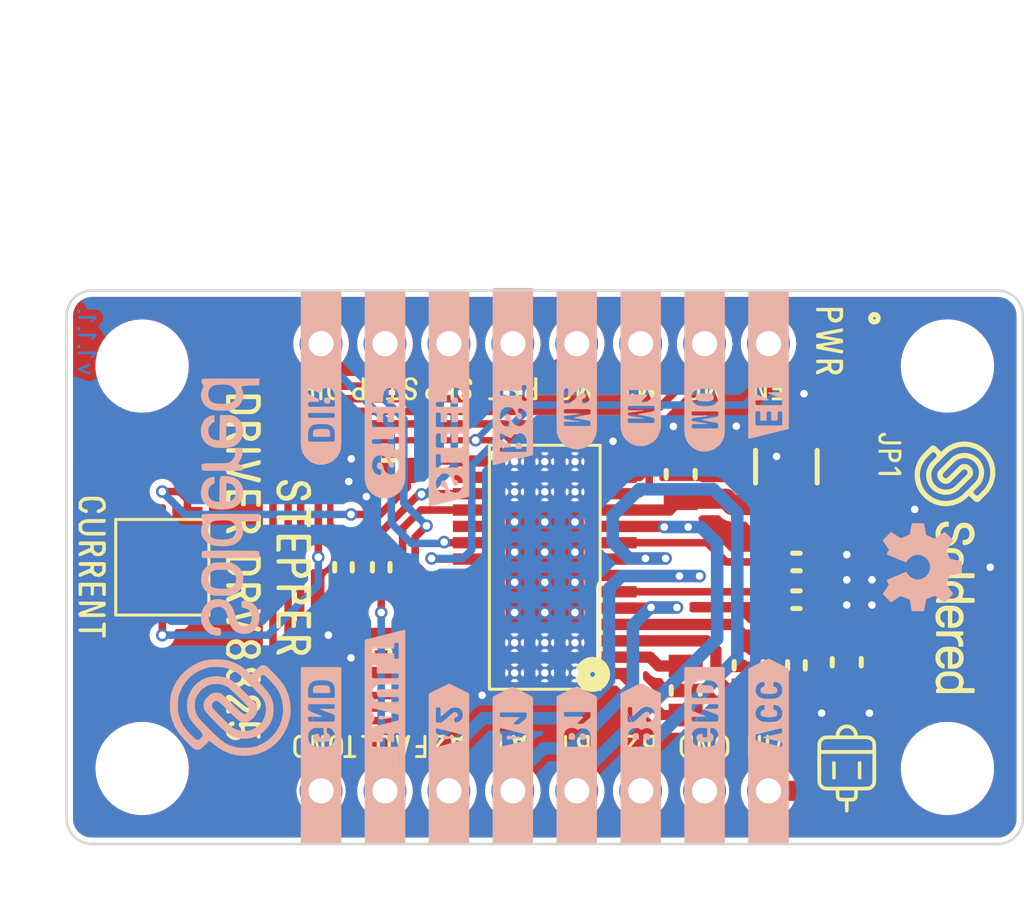
<source format=kicad_pcb>
(kicad_pcb (version 20211014) (generator pcbnew)
  (title_block (title "Stepper driver DRV8825") (date "2021-07-12") (rev "V1.1.1.") (company "SOLDERED") (comment 1 "333000"))
  (layers (0 "F.Cu" signal) (31 "B.Cu" signal) (34 "B.Paste" user) (35 "F.Paste" user) (36 "B.SilkS" user "B.Silkscreen") (37 "F.SilkS" user "F.Silkscreen") (38 "B.Mask" user) (39 "F.Mask" user) (44 "Edge.Cuts" user))
  (net 0 "")
  (net 1 "VMM")
  (net 2 "GND")
  (net 3 "3V3")
  (net 4 "~{EN}")
  (net 5 "MODE0")
  (net 6 "MODE1")
  (net 7 "MODE2")
  (net 8 "~{RESET}")
  (net 9 "~{SLEEP}")
  (net 10 "STEP")
  (net 11 "DIR")
  (net 12 "B2")
  (net 13 "B1")
  (net 14 "A1")
  (net 15 "A2")
  (net 16 "~{FAULT}")
  (net 17 "Net-(R1-Pad2)")
  (net 18 "Net-(R3-Pad2)")
  (net 19 "Net-(D1-Pad1)")
  (net 20 "Net-(R4-Pad2)")
  (net 21 "Net-(R5-Pad2)")
  (net 24 "DECAY")
  (net 25 "Net-(C4-Pad2)")
  (net 26 "Net-(C5-Pad1)")
  (net 27 "Net-(C5-Pad2)")
  (net 28 "Net-(JP1-Pad2)")
  (footprint "buzzardLabel" (layer "F.Cu") (at 95.2 143.962 180)
    (fp_text reference "" (at 0 0) (layer "F.SilkS") (effects (font (size 1.27 1.27))))
    (fp_text value "" (at 0 0) (layer "F.SilkS") (effects (font (size 1.27 1.27))))
  )
  (footprint "e-radionica.com footprinti:HOLE_3.2mm" (layer "F.Cu") (at 72.85 144.85 -90)
    (fp_text reference "H2" hide)
    (fp_text value "HOLE_3.2mm" hide)
    (pad "" np_thru_hole circle locked (at 0 0 270) (size 3.2 3.2) (drill 3.2) (layers F&B.Cu *.Mask))
  )
  (footprint "e-radionica.com footprinti:0603R" (layer "F.Cu") (at 82.35 136.85 -90)
    (fp_text reference "R6")
    (fp_text value "10k")
    (pad "1" smd rect locked (at -0.775 0) (size 1 0.64) (layers "F.Cu" "F.Paste" "F.Mask") (net 9 "~{SLEEP}"))
    (pad "2" smd rect locked (at 0.775 0) (size 1 0.64) (layers "F.Cu" "F.Paste" "F.Mask") (net 16 "~{FAULT}"))
  )
  (footprint "buzzardLabel" (layer "F.Cu") (at 95.2 129.738 180)
    (fp_text reference "" (at 0 0) (layer "F.SilkS") (effects (font (size 1.27 1.27))))
    (fp_text value "" (at 0 0) (layer "F.SilkS") (effects (font (size 1.27 1.27))))
  )
  (footprint "e-radionica.com footprinti:0805C" (layer "F.Cu") (at 96.95 140.75 -90)
    (fp_text reference "C4")
    (fp_text value "CL21B104KCFNNNE")
    (pad "1" smd rect locked (at -0.975 0) (size 1.35 0.9) (layers "F.Cu" "F.Paste" "F.Mask") (net 1 "VMM"))
    (pad "2" smd rect locked (at 0.975 0) (size 1.35 0.9) (layers "F.Cu" "F.Paste" "F.Mask") (net 25 "Net-(C4-Pad2)"))
  )
  (footprint "e-radionica.com footprinti:DRV8825" (layer "F.Cu") (at 88.85 136.85 180)
    (fp_text reference "U1")
    (fp_text value "DRV8825")
    (pad "1" smd rect locked (at -2.9 -4.225 180) (size 1.5 0.45) (layers "F.Cu" "F.Paste" "F.Mask") (net 27 "Net-(C5-Pad2)"))
    (pad "2" smd rect locked (at -2.9 -3.575 180) (size 1.5 0.45) (layers "F.Cu" "F.Paste" "F.Mask") (net 26 "Net-(C5-Pad1)"))
    (pad "3" smd rect locked (at -2.9 -2.925 180) (size 1.5 0.45) (layers "F.Cu" "F.Paste" "F.Mask") (net 25 "Net-(C4-Pad2)"))
    (pad "4" smd rect locked (at -2.9 -2.275 180) (size 1.5 0.45) (layers "F.Cu" "F.Paste" "F.Mask") (net 1 "VMM"))
    (pad "5" smd rect locked (at -2.9 -1.625 180) (size 1.5 0.45) (layers "F.Cu" "F.Paste" "F.Mask") (net 14 "A1"))
    (pad "6" smd rect locked (at -2.9 -0.975 180) (size 1.5 0.45) (layers "F.Cu" "F.Paste" "F.Mask") (net 17 "Net-(R1-Pad2)"))
    (pad "7" smd rect locked (at -2.9 -0.325 180) (size 1.5 0.45) (layers "F.Cu" "F.Paste" "F.Mask") (net 15 "A2"))
    (pad "8" smd rect locked (at -2.9 0.325 180) (size 1.5 0.45) (layers "F.Cu" "F.Paste" "F.Mask") (net 12 "B2"))
    (pad "9" smd rect locked (at -2.9 0.975 180) (size 1.5 0.45) (layers "F.Cu" "F.Paste" "F.Mask") (net 18 "Net-(R3-Pad2)"))
    (pad "10" smd rect locked (at -2.9 1.625 180) (size 1.5 0.45) (layers "F.Cu" "F.Paste" "F.Mask") (net 13 "B1"))
    (pad "11" smd rect locked (at -2.9 2.275 180) (size 1.5 0.45) (layers "F.Cu" "F.Paste" "F.Mask") (net 1 "VMM"))
    (pad "12" smd rect locked (at -2.9 2.925 180) (size 1.5 0.45) (layers "F.Cu" "F.Paste" "F.Mask") (net 20 "Net-(R4-Pad2)"))
    (pad "13" smd rect locked (at -2.9 3.575 180) (size 1.5 0.45) (layers "F.Cu" "F.Paste" "F.Mask") (net 20 "Net-(R4-Pad2)"))
    (pad "14" smd rect locked (at -2.9 4.225 180) (size 1.5 0.45) (layers "F.Cu" "F.Paste" "F.Mask") (net 2 "GND"))
    (pad "15" smd rect locked (at 2.9 4.225 180) (size 1.5 0.45) (layers "F.Cu" "F.Paste" "F.Mask") (net 3 "3V3"))
    (pad "16" smd rect locked (at 2.9 3.575 180) (size 1.5 0.45) (layers "F.Cu" "F.Paste" "F.Mask") (net 8 "~{RESET}"))
    (pad "17" smd rect locked (at 2.9 2.925 180) (size 1.5 0.45) (layers "F.Cu" "F.Paste" "F.Mask") (net 9 "~{SLEEP}"))
    (pad "18" smd rect locked (at 2.9 2.275 180) (size 1.5 0.45) (layers "F.Cu" "F.Paste" "F.Mask") (net 21 "Net-(R5-Pad2)"))
    (pad "19" smd rect locked (at 2.9 1.625 180) (size 1.5 0.45) (layers "F.Cu" "F.Paste" "F.Mask") (net 24 "DECAY"))
    (pad "20" smd rect locked (at 2.9 0.975 180) (size 1.5 0.45) (layers "F.Cu" "F.Paste" "F.Mask") (net 11 "DIR"))
    (pad "21" smd rect locked (at 2.9 0.325 180) (size 1.5 0.45) (layers "F.Cu" "F.Paste" "F.Mask") (net 4 "~{EN}"))
    (pad "22" smd rect locked (at 2.9 -0.325 180) (size 1.5 0.45) (layers "F.Cu" "F.Paste" "F.Mask") (net 10 "STEP"))
    (pad "23" smd rect locked (at 2.9 -0.975 180) (size 1.5 0.45) (layers "F.Cu" "F.Paste" "F.Mask"))
    (pad "24" smd rect locked (at 2.9 -1.625 180) (size 1.5 0.45) (layers "F.Cu" "F.Paste" "F.Mask") (net 5 "MODE0"))
    (pad "25" smd rect locked (at 2.9 -2.275 180) (size 1.5 0.45) (layers "F.Cu" "F.Paste" "F.Mask") (net 6 "MODE1"))
    (pad "26" smd rect locked (at 2.9 -2.925 180) (size 1.5 0.45) (layers "F.Cu" "F.Paste" "F.Mask") (net 7 "MODE2"))
    (pad "27" smd rect locked (at 2.9 -3.575 180) (size 1.5 0.45) (layers "F.Cu" "F.Paste" "F.Mask"))
    (pad "28" smd rect locked (at 2.9 -4.225 180) (size 1.5 0.45) (layers "F.Cu" "F.Paste" "F.Mask") (net 2 "GND"))
    (pad "29" thru_hole circle locked (at 1.2 3 180) (size 0.5 0.5) (drill 0.3) (layers *.Cu) (net 2 "GND"))
    (pad "29" thru_hole circle locked (at -1.2 -3 180) (size 0.5 0.5) (drill 0.3) (layers *.Cu) (net 2 "GND"))
    (pad "29" thru_hole circle locked (at 1.2 1.8 180) (size 0.5 0.5) (drill 0.3) (layers *.Cu) (net 2 "GND"))
    (pad "29" smd rect locked (at 0 0 180) (size 3.1 5.18) (layers "F.Cu" "F.Paste" "F.Mask") (net 2 "GND"))
    (pad "29" thru_hole circle locked (at 1.2 0.6 180) (size 0.5 0.5) (drill 0.3) (layers *.Cu) (net 2 "GND"))
    (pad "29" thru_hole circle locked (at -1.2 1.8 180) (size 0.5 0.5) (drill 0.3) (layers *.Cu) (net 2 "GND"))
    (pad "29" thru_hole circle locked (at 0 0.6 180) (size 0.5 0.5) (drill 0.3) (layers *.Cu) (net 2 "GND"))
    (pad "29" thru_hole circle locked (at -1.2 -4.2 180) (size 0.5 0.5) (drill 0.3) (layers *.Cu) (net 2 "GND"))
    (pad "29" thru_hole circle locked (at 0 -0.6 180) (size 0.5 0.5) (drill 0.3) (layers *.Cu) (net 2 "GND"))
    (pad "29" thru_hole circle locked (at -1.2 4.2 180) (size 0.5 0.5) (drill 0.3) (layers *.Cu) (net 2 "GND"))
    (pad "29" thru_hole circle locked (at 1.2 -0.6 180) (size 0.5 0.5) (drill 0.3) (layers *.Cu) (net 2 "GND"))
    (pad "29" thru_hole circle locked (at 0 -1.8 180) (size 0.5 0.5) (drill 0.3) (layers *.Cu) (net 2 "GND"))
    (pad "29" thru_hole circle locked (at 1.2 -3 180) (size 0.5 0.5) (drill 0.3) (layers *.Cu) (net 2 "GND"))
    (pad "29" thru_hole circle locked (at -1.2 -0.6 180) (size 0.5 0.5) (drill 0.3) (layers *.Cu) (net 2 "GND"))
    (pad "29" thru_hole circle locked (at 0 4.2 180) (size 0.5 0.5) (drill 0.3) (layers *.Cu) (net 2 "GND"))
    (pad "29" thru_hole circle locked (at 1.2 -4.2 180) (size 0.5 0.5) (drill 0.3) (layers *.Cu) (net 2 "GND"))
    (pad "29" thru_hole circle locked (at 1.2 4.2 180) (size 0.5 0.5) (drill 0.3) (layers *.Cu) (net 2 "GND"))
    (pad "29" thru_hole circle locked (at 0 -3 180) (size 0.5 0.5) (drill 0.3) (layers *.Cu) (net 2 "GND"))
    (pad "29" thru_hole circle locked (at 0 3 180) (size 0.5 0.5) (drill 0.3) (layers *.Cu) (net 2 "GND"))
    (pad "29" thru_hole circle locked (at -1.2 0.6 180) (size 0.5 0.5) (drill 0.3) (layers *.Cu) (net 2 "GND"))
    (pad "29" thru_hole circle locked (at 1.2 -1.8 180) (size 0.5 0.5) (drill 0.3) (layers *.Cu) (net 2 "GND"))
    (pad "29" thru_hole circle locked (at 0 -4.2 180) (size 0.5 0.5) (drill 0.3) (layers *.Cu) (net 2 "GND"))
    (pad "29" thru_hole circle locked (at -1.2 3 180) (size 0.5 0.5) (drill 0.3) (layers *.Cu) (net 2 "GND"))
    (pad "29" thru_hole circle locked (at 0 1.8 180) (size 0.5 0.5) (drill 0.3) (layers *.Cu) (net 2 "GND"))
    (pad "29" thru_hole circle locked (at -1.2 -1.8 180) (size 0.5 0.5) (drill 0.3) (layers *.Cu) (net 2 "GND"))
  )
  (footprint "buzzardLabel" (layer "F.Cu") (at 78.85 136.85 -90)
    (fp_text reference "" (at 0 0 90) (layer "F.SilkS") (effects (font (size 1.27 1.27))))
    (fp_text value "" (at 0 0 90) (layer "F.SilkS") (effects (font (size 1.27 1.27))))
  )
  (footprint "buzzardLabel" (layer "F.Cu") (at 79.85 143.962 180)
    (fp_text reference "" (at 0 0) (layer "F.SilkS") (effects (font (size 1.27 1.27))))
    (fp_text value "" (at 0 0) (layer "F.SilkS") (effects (font (size 1.27 1.27))))
  )
  (footprint "e-radionica.com footprinti:0603R" (layer "F.Cu") (at 98.85 138.14 180)
    (fp_text reference "R1")
    (fp_text value "73L2R20G")
    (pad "1" smd rect locked (at -0.775 0 270) (size 1 0.64) (layers "F.Cu" "F.Paste" "F.Mask") (net 2 "GND"))
    (pad "2" smd rect locked (at 0.775 0 270) (size 1 0.64) (layers "F.Cu" "F.Paste" "F.Mask") (net 17 "Net-(R1-Pad2)"))
  )
  (footprint "Soldered Graphics:Logo-Back-SolderedFULL-15mm" (layer "F.Cu") (at 76.35 136.85 -90)
    (fp_text reference "REF**" hide)
    (fp_text value "Logo-Front-SolderedFULL-15mm" hide)
  )
  (footprint "e-radionica.com footprinti:tc33x-2-103e" (layer "F.Cu") (at 73.65 136.85 180)
    (fp_text reference "R4")
    (fp_text value "tc33x-2-104e")
    (pad "1" smd rect locked (at -1 1.8 180) (size 1.2 1.2) (layers "F.Cu" "F.Paste" "F.Mask") (net 3 "3V3"))
    (pad "2" smd rect locked (at 0 -1.45 180) (size 1.6 1.5) (layers "F.Cu" "F.Paste" "F.Mask") (net 20 "Net-(R4-Pad2)"))
    (pad "3" smd rect locked (at 1 1.8 180) (size 1.2 1.2) (layers "F.Cu" "F.Paste" "F.Mask") (net 2 "GND"))
  )
  (footprint "buzzardLabel" (layer "F.Cu") (at 85.04 129.738 180)
    (fp_text reference "" (at 0 0) (layer "F.SilkS") (effects (font (size 1.27 1.27))))
    (fp_text value "" (at 0 0) (layer "F.SilkS") (effects (font (size 1.27 1.27))))
  )
  (footprint "buzzardLabel" (layer "F.Cu") (at 100.15 127.85 -90)
    (fp_text reference "" (at 0 0 90) (layer "F.SilkS") (effects (font (size 1.27 1.27))))
    (fp_text value "" (at 0 0 90) (layer "F.SilkS") (effects (font (size 1.27 1.27))))
  )
  (footprint "e-radionica.com footprinti:0805C" (layer "F.Cu") (at 100.85 140.625 90)
    (fp_text reference "C3")
    (fp_text value "CL21B104KCFNNNE")
    (pad "1" smd rect locked (at -0.975 0 180) (size 1.35 0.9) (layers "F.Cu" "F.Paste" "F.Mask") (net 2 "GND"))
    (pad "2" smd rect locked (at 0.975 0 180) (size 1.35 0.9) (layers "F.Cu" "F.Paste" "F.Mask") (net 1 "VMM"))
  )
  (footprint "buzzardLabel" (layer "F.Cu") (at 97.74 129.738 180)
    (fp_text reference "" (at 0 0) (layer "F.SilkS") (effects (font (size 1.27 1.27))))
    (fp_text value "" (at 0 0) (layer "F.SilkS") (effects (font (size 1.27 1.27))))
  )
  (footprint "buzzardLabel" (layer "F.Cu") (at 92.66 129.738 180)
    (fp_text reference "" (at 0 0) (layer "F.SilkS") (effects (font (size 1.27 1.27))))
    (fp_text value "" (at 0 0) (layer "F.SilkS") (effects (font (size 1.27 1.27))))
  )
  (footprint "Soldered Graphics:Logo-Front-SolderedFULL-10mm" (layer "F.Cu") (at 105.15 136.85 -90)
    (fp_text reference "G***" hide)
    (fp_text value "LOGO" hide)
  )
  (footprint "buzzardLabel" (layer "F.Cu") (at 82.5 143.962 180)
    (fp_text reference "" (at 0 0) (layer "F.SilkS") (effects (font (size 1.27 1.27))))
    (fp_text value "" (at 0 0) (layer "F.SilkS") (effects (font (size 1.27 1.27))))
  )
  (footprint "buzzardLabel" (layer "F.Cu") (at 90.12 129.738 180)
    (fp_text reference "" (at 0 0) (layer "F.SilkS") (effects (font (size 1.27 1.27))))
    (fp_text value "" (at 0 0) (layer "F.SilkS") (effects (font (size 1.27 1.27))))
  )
  (footprint "buzzardLabel" (layer "F.Cu") (at 82.5 129.738 180)
    (fp_text reference "" (at 0 0) (layer "F.SilkS") (effects (font (size 1.27 1.27))))
    (fp_text value "" (at 0 0) (layer "F.SilkS") (effects (font (size 1.27 1.27))))
  )
  (footprint "e-radionica.com footprinti:0603R" (layer "F.Cu") (at 98.85 136.64 180)
    (fp_text reference "R3")
    (fp_text value "73L2R20G")
    (pad "1" smd rect locked (at -0.775 0 270) (size 1 0.64) (layers "F.Cu" "F.Paste" "F.Mask") (net 2 "GND"))
    (pad "2" smd rect locked (at 0.775 0 270) (size 1 0.64) (layers "F.Cu" "F.Paste" "F.Mask") (net 18 "Net-(R3-Pad2)"))
  )
  (footprint "e-radionica.com footprinti:HOLE_3.2mm" (layer "F.Cu") (at 104.85 128.85 -90)
    (fp_text reference "H3" hide)
    (fp_text value "HOLE_3.2mm" hide)
    (pad "" np_thru_hole circle locked (at 0 0 270) (size 3.2 3.2) (drill 3.2) (layers F&B.Cu *.Mask))
  )
  (footprint "e-radionica.com footprinti:0603C" (layer "F.Cu") (at 82.65 133)
    (fp_text reference "C6")
    (fp_text value "0.47uF")
    (pad "1" smd rect locked (at -0.73 0) (size 0.66 1) (layers "F.Cu" "F.Paste" "F.Mask") (net 2 "GND"))
    (pad "2" smd rect locked (at 0.73 0) (size 0.66 1) (layers "F.Cu" "F.Paste" "F.Mask") (net 3 "3V3"))
  )
  (footprint "e-radionica.com footprinti:0603R" (layer "F.Cu") (at 82.35 140.35 -90)
    (fp_text reference "R5")
    (fp_text value "1.5k")
    (pad "1" smd rect locked (at -0.775 0) (size 1 0.64) (layers "F.Cu" "F.Paste" "F.Mask") (net 16 "~{FAULT}"))
    (pad "2" smd rect locked (at 0.775 0) (size 1 0.64) (layers "F.Cu" "F.Paste" "F.Mask") (net 21 "Net-(R5-Pad2)"))
  )
  (footprint "e-radionica.com footprinti:HOLE_3.2mm" (layer "F.Cu") (at 72.85 128.85 -90)
    (fp_text reference "H4" hide)
    (fp_text value "HOLE_3.2mm" hide)
    (pad "" np_thru_hole circle locked (at 0 0 270) (size 3.2 3.2) (drill 3.2) (layers F&B.Cu *.Mask))
  )
  (footprint "e-radionica.com footprinti:SMD-JUMPER-CONNECTED_TRACE_SLODERMASK" (layer "F.Cu") (at 101.35 132.35 90)
    (fp_text reference "JP1")
    (fp_text value "SMD-JUMPER-CONNECTED_TRACE_SLODERMASK")
    (fp_poly (pts (xy 0.1 0.1) (xy -0.1 0.1) (xy -0.1 -0.1) (xy 0.1 -0.1)) (layer "F.Cu") (width 0.1) (fill solid))
    (pad "1" smd rect (at -0.35 0 90) (size 0.5 1) (layers "F.Cu" "F.Mask") (net 1 "VMM"))
    (pad "2" smd rect (at 0.35 0 90) (size 0.5 1) (layers "F.Cu" "F.Mask") (net 28 "Net-(JP1-Pad2)"))
  )
  (footprint "Soldered Graphics:Symbol-Front-Motor" (layer "F.Cu") (at 100.85 144.85)
    (fp_text reference "G***" hide)
    (fp_text value "LOGO" hide)
  )
  (footprint "buzzardLabel" (layer "F.Cu") (at 97.74 143.962 180)
    (fp_text reference "" (at 0 0) (layer "F.SilkS") (effects (font (size 1.27 1.27))))
    (fp_text value "" (at 0 0) (layer "F.SilkS") (effects (font (size 1.27 1.27))))
  )
  (footprint "e-radionica.com footprinti:0805C" (layer "F.Cu") (at 94.25 133.15 -90)
    (fp_text reference "C2")
    (fp_text value "CL21B104KCFNNNE")
    (pad "1" smd rect locked (at -0.975 0) (size 1.35 0.9) (layers "F.Cu" "F.Paste" "F.Mask") (net 2 "GND"))
    (pad "2" smd rect locked (at 0.975 0) (size 1.35 0.9) (layers "F.Cu" "F.Paste" "F.Mask") (net 1 "VMM"))
  )
  (footprint "buzzardLabel" (layer "F.Cu") (at 79.96 129.738 180)
    (fp_text reference "" (at 0 0) (layer "F.SilkS") (effects (font (size 1.27 1.27))))
    (fp_text value "" (at 0 0) (layer "F.SilkS") (effects (font (size 1.27 1.27))))
  )
  (footprint "e-radionica.com footprinti:0603R" (layer "F.Cu") (at 98.85 140.75 -90)
    (fp_text reference "R2")
    (fp_text value "1M")
    (pad "1" smd rect locked (at -0.775 0) (size 1 0.64) (layers "F.Cu" "F.Paste" "F.Mask") (net 1 "VMM"))
    (pad "2" smd rect locked (at 0.775 0) (size 1 0.64) (layers "F.Cu" "F.Paste" "F.Mask") (net 25 "Net-(C4-Pad2)"))
  )
  (footprint "buzzardLabel" (layer "F.Cu") (at 70.85 136.85 -90)
    (fp_text reference "" (at 0 0 90) (layer "F.SilkS") (effects (font (size 1.27 1.27))))
    (fp_text value "" (at 0 0 90) (layer "F.SilkS") (effects (font (size 1.27 1.27))))
  )
  (footprint "buzzardLabel" (layer "F.Cu") (at 76.85 136.85 -90)
    (fp_text reference "" (at 0 0 90) (layer "F.SilkS") (effects (font (size 1.27 1.27))))
    (fp_text value "" (at 0 0 90) (layer "F.SilkS") (effects (font (size 1.27 1.27))))
  )
  (footprint "e-radionica.com footprinti:HOLE_3.2mm" (layer "F.Cu") (at 104.85 144.85 -90)
    (fp_text reference "H1" hide)
    (fp_text value "HOLE_3.2mm" hide)
    (pad "" np_thru_hole circle locked (at 0 0 270) (size 3.2 3.2) (drill 3.2) (layers F&B.Cu *.Mask))
  )
  (footprint "e-radionica.com footprinti:0402LED" (layer "F.Cu") (at 101.35 127.85 90)
    (fp_text reference "D1")
    (fp_text value "purple")
    (pad "1" smd rect locked (at -0.55 0 180) (size 0.75 0.45) (layers "F.Cu" "F.Paste" "F.Mask") (net 19 "Net-(D1-Pad1)"))
    (pad "2" smd rect locked (at 0.55 0 180) (size 0.75 0.45) (layers "F.Cu" "F.Paste" "F.Mask") (net 2 "GND"))
  )
  (footprint "buzzardLabel" (layer "F.Cu") (at 90.12 143.962 180)
    (fp_text reference "" (at 0 0) (layer "F.SilkS") (effects (font (size 1.27 1.27))))
    (fp_text value "" (at 0 0) (layer "F.SilkS") (effects (font (size 1.27 1.27))))
  )
  (footprint "Soldered Graphics:Logo-Back-OSH-3.5mm" (layer "F.Cu") (at 103.85 136.85 -90)
    (fp_text reference "G***" hide)
    (fp_text value "LOGO" hide)
  )
  (footprint "e-radionica.com footprinti:FIDUCIAL_23" (layer "F.Cu") (at 71.85 132.35 -90)
    (fp_text reference "FD1")
    (fp_text value "FIDUCIAL")
    (fp_circle (center 0 0) (end 1 0) (layer "F.Cu") (width 0.2) (fill none))
    (pad "1" smd circle (at 0 0 270) (size 1 1) (layers "F.Cu" "F.Paste" "F.Mask") (clearance 1.1))
  )
  (footprint "e-radionica.com footprinti:0402R" (layer "F.Cu") (at 101.35 130.15 90)
    (fp_text reference "R7")
    (fp_text value "2k2")
    (pad "1" smd rect locked (at -0.5 0 180) (size 0.64 0.54) (layers "F.Cu" "F.Paste" "F.Mask") (net 28 "Net-(JP1-Pad2)"))
    (pad "2" smd rect locked (at 0.5 0 180) (size 0.64 0.54) (layers "F.Cu" "F.Paste" "F.Mask") (net 19 "Net-(D1-Pad1)"))
  )
  (footprint "e-radionica.com footprinti:0805C" (layer "F.Cu") (at 94.45 141.75 -90)
    (fp_text reference "C5")
    (fp_text value "08051C103KAT2A")
    (pad "1" smd rect locked (at -0.975 0) (size 1.35 0.9) (layers "F.Cu" "F.Paste" "F.Mask") (net 26 "Net-(C5-Pad1)"))
    (pad "2" smd rect locked (at 0.975 0) (size 1.35 0.9) (layers "F.Cu" "F.Paste" "F.Mask") (net 27 "Net-(C5-Pad2)"))
  )
  (footprint "buzzardLabel" (layer "F.Cu") (at 87.58 129.738 180)
    (fp_text reference "" (at 0 0) (layer "F.SilkS") (effects (font (size 1.27 1.27))))
    (fp_text value "" (at 0 0) (layer "F.SilkS") (effects (font (size 1.27 1.27))))
  )
  (footprint "e-radionica.com footprinti:1210C" (layer "F.Cu") (at 98.45 132.85 -90)
    (fp_text reference "C1")
    (fp_text value "12101C335K4T2A")
    (pad "1" smd rect locked (at -1.525 0) (size 2.65 1.2) (layers "F.Cu" "F.Paste" "F.Mask") (net 2 "GND"))
    (pad "2" smd rect locked (at 1.525 0) (size 2.65 1.2) (layers "F.Cu" "F.Paste" "F.Mask") (net 1 "VMM"))
  )
  (footprint "buzzardLabel" (layer "F.Cu") (at 92.66 143.962 180)
    (fp_text reference "" (at 0 0) (layer "F.SilkS") (effects (font (size 1.27 1.27))))
    (fp_text value "" (at 0 0) (layer "F.SilkS") (effects (font (size 1.27 1.27))))
  )
  (footprint "buzzardLabel" (layer "F.Cu") (at 85.04 143.962 180)
    (fp_text reference "" (at 0 0) (layer "F.SilkS") (effects (font (size 1.27 1.27))))
    (fp_text value "" (at 0 0) (layer "F.SilkS") (effects (font (size 1.27 1.27))))
  )
  (footprint "buzzardLabel" (layer "F.Cu") (at 87.58 143.962 180)
    (fp_text reference "" (at 0 0) (layer "F.SilkS") (effects (font (size 1.27 1.27))))
    (fp_text value "" (at 0 0) (layer "F.SilkS") (effects (font (size 1.27 1.27))))
  )
  (footprint "e-radionica.com footprinti:0603R" (layer "F.Cu") (at 80.85 136.85 -90)
    (fp_text reference "R8")
    (fp_text value "10k")
    (pad "1" smd rect locked (at -0.775 0) (size 1 0.64) (layers "F.Cu" "F.Paste" "F.Mask") (net 8 "~{RESET}"))
    (pad "2" smd rect locked (at 0.775 0) (size 1 0.64) (layers "F.Cu" "F.Paste" "F.Mask") (net 16 "~{FAULT}"))
  )
  (footprint "buzzardLabel" (layer "F.Cu") (at 102.55 132.35 -90)
    (fp_text reference "" (at 0 0 90) (layer "F.SilkS") (effects (font (size 1.27 1.27))))
    (fp_text value "" (at 0 0 90) (layer "F.SilkS") (effects (font (size 1.27 1.27))))
  )
  (footprint "buzzardLabel" (layer "B.Cu") (at 85.04 125.45 90)
    (fp_text reference "" (at 0 0 90) (layer "B.SilkS") (effects (font (size 1.27 1.27)) (justify mirror)))
    (fp_text value "" (at 0 0 90) (layer "B.SilkS") (effects (font (size 1.27 1.27)) (justify mirror)))
  )
  (footprint "buzzardLabel" (layer "B.Cu") (at 87.58 125.35 90)
    (fp_text reference "" (at 0 0 90) (layer "B.SilkS") (effects (font (size 1.27 1.27)) (justify mirror)))
    (fp_text value "" (at 0 0 90) (layer "B.SilkS") (effects (font (size 1.27 1.27)) (justify mirror)))
  )
  (footprint "buzzardLabel" (layer "B.Cu") (at 97.74 148.25 90)
    (fp_text reference "" (at 0 0 90) (layer "B.SilkS") (effects (font (size 1.27 1.27)) (justify mirror)))
    (fp_text value "" (at 0 0 90) (layer "B.SilkS") (effects (font (size 1.27 1.27)) (justify mirror)))
  )
  (footprint "buzzardLabel" (layer "B.Cu") (at 90.12 148.25 90)
    (fp_text reference "" (at 0 0 90) (layer "B.SilkS") (effects (font (size 1.27 1.27)) (justify mirror)))
    (fp_text value "" (at 0 0 90) (layer "B.SilkS") (effects (font (size 1.27 1.27)) (justify mirror)))
  )
  (footprint "buzzardLabel" (layer "B.Cu") (at 90.12 125.45 90)
    (fp_text reference "" (at 0 0 90) (layer "B.SilkS") (effects (font (size 1.27 1.27)) (justify mirror)))
    (fp_text value "" (at 0 0 90) (layer "B.SilkS") (effects (font (size 1.27 1.27)) (justify mirror)))
  )
  (footprint "buzzardLabel" (layer "B.Cu") (at 87.58 148.25 90)
    (fp_text reference "" (at 0 0 90) (layer "B.SilkS") (effects (font (size 1.27 1.27)) (justify mirror)))
    (fp_text value "" (at 0 0 90) (layer "B.SilkS") (effects (font (size 1.27 1.27)) (justify mirror)))
  )
  (footprint "e-radionica.com footprinti:HEADER_MALE_8X1" (layer "B.Cu") (at 88.85 127.96)
    (fp_text reference "K1")
    (fp_text value "HEADER_MALE_8X1")
    (pad "1" thru_hole circle locked (at -8.89 0) (size 1.7 1.7) (drill 1) (layers *.Cu *.Mask) (net 11 "DIR"))
    (pad "2" thru_hole circle locked (at -6.35 0) (size 1.7 1.7) (drill 1) (layers *.Cu *.Mask) (net 10 "STEP"))
    (pad "3" thru_hole circle locked (at -3.81 0) (size 1.7 1.7) (drill 1) (layers *.Cu *.Mask) (net 9 "~{SLEEP}"))
    (pad "4" thru_hole circle locked (at -1.27 0) (size 1.7 1.7) (drill 1) (layers *.Cu *.Mask) (net 8 "~{RESET}"))
    (pad "5" thru_hole circle locked (at 1.27 0) (size 1.7 1.7) (drill 1) (layers *.Cu *.Mask) (net 7 "MODE2"))
    (pad "6" thru_hole circle locked (at 3.81 0) (size 1.7 1.7) (drill 1) (layers *.Cu *.Mask) (net 6 "MODE1"))
    (pad "7" thru_hole circle locked (at 6.35 0) (size 1.7 1.7) (drill 1) (layers *.Cu *.Mask) (net 5 "MODE0"))
    (pad "8" thru_hole circle locked (at 8.89 0) (size 1.7 1.7) (drill 1) (layers *.Cu *.Mask) (net 4 "~{EN}"))
  )
  (footprint "buzzardLabel" (layer "B.Cu") (at 82.5 148.25 90)
    (fp_text reference "" (at 0 0 90) (layer "B.SilkS") (effects (font (size 1.27 1.27)) (justify mirror)))
    (fp_text value "" (at 0 0 90) (layer "B.SilkS") (effects (font (size 1.27 1.27)) (justify mirror)))
  )
  (footprint "buzzardLabel" (layer "B.Cu") (at 92.66 125.45 90)
    (fp_text reference "" (at 0 0 90) (layer "B.SilkS") (effects (font (size 1.27 1.27)) (justify mirror)))
    (fp_text value "" (at 0 0 90) (layer "B.SilkS") (effects (font (size 1.27 1.27)) (justify mirror)))
  )
  (footprint "Soldered Graphics:Version1.1.1." (layer "B.Cu") (at 70.65 127.85 90)
    (fp_text reference "REF**" hide)
    (fp_text value "Version1.1.1." hide)
    (fp_poly (pts (xy -0.5 -0.35) (xy -0.44 -0.35) (xy -0.43 -0.31) (xy -0.43 0.35) (xy -0.46 0.38) (xy -0.52 0.38) (xy -0.55 0.34) (xy -0.67 0.22) (xy -0.68 0.17) (xy -0.65 0.16) (xy -0.56 0.22) (xy -0.52 0.23) (xy -0.52 -0.31) (xy -0.5 -0.35)) (layer "B.Cu") (width 0.01) (fill solid))
    (fp_poly (pts (xy 0.91 -0.35) (xy 0.96 -0.35) (xy 0.98 -0.31) (xy 0.98 0.35) (xy 0.95 0.38) (xy 0.89 0.38) (xy 0.86 0.34) (xy 0.74 0.22) (xy 0.73 0.17) (xy 0.76 0.16) (xy 0.85 0.22) (xy 0.89 0.23) (xy 0.89 -0.31) (xy 0.91 -0.35)) (layer "B.Cu") (width 0.01) (fill solid))
    (fp_poly (pts (xy -1.15 -0.35) (xy -1.1 -0.35) (xy -1.07 -0.31) (xy -0.92 0.1) (xy -0.94 0.13) (xy -0.99 0.13) (xy -1.02 0.1) (xy -1.11 -0.16) (xy -1.13 -0.21) (xy -1.15 -0.17) (xy -1.24 0.09) (xy -1.26 0.13) (xy -1.32 0.13) (xy -1.34 0.1) (xy -1.18 -0.31) (xy -1.15 -0.35)) (layer "B.Cu") (width 0.01) (fill solid))
    (fp_poly (pts (xy -0.27 -0.38) (xy -0.22 -0.38) (xy -0.17 -0.37) (xy -0.16 -0.33) (xy -0.16 -0.27) (xy -0.21 -0.26) (xy -0.26 -0.26) (xy -0.29 -0.29) (xy -0.29 -0.34) (xy -0.27 -0.38)) (layer "B.Cu") (width 0.01) (fill solid))
    (fp_poly (pts (xy 0.43 -0.38) (xy 0.48 -0.38) (xy 0.54 -0.37) (xy 0.54 -0.33) (xy 0.54 -0.27) (xy 0.5 -0.26) (xy 0.45 -0.26) (xy 0.42 -0.29) (xy 0.42 -0.34) (xy 0.43 -0.38)) (layer "B.Cu") (width 0.01) (fill solid))
    (fp_poly (pts (xy 0.21 -0.35) (xy 0.26 -0.35) (xy 0.28 -0.31) (xy 0.28 0.35) (xy 0.24 0.38) (xy 0.19 0.38) (xy 0.15 0.34) (xy 0.04 0.22) (xy 0.02 0.17) (xy 0.05 0.16) (xy 0.14 0.22) (xy 0.18 0.23) (xy 0.18 -0.31) (xy 0.21 -0.35)) (layer "B.Cu") (width 0.01) (fill solid))
    (fp_poly (pts (xy 1.14 -0.38) (xy 1.19 -0.38) (xy 1.24 -0.37) (xy 1.25 -0.33) (xy 1.25 -0.27) (xy 1.2 -0.26) (xy 1.15 -0.26) (xy 1.12 -0.29) (xy 1.12 -0.34) (xy 1.14 -0.38)) (layer "B.Cu") (width 0.01) (fill solid))
  )
  (footprint "buzzardLabel" (layer "B.Cu") (at 79.96 125.45 90)
    (fp_text reference "" (at 0 0 90) (layer "B.SilkS") (effects (font (size 1.27 1.27)) (justify mirror)))
    (fp_text value "" (at 0 0 90) (layer "B.SilkS") (effects (font (size 1.27 1.27)) (justify mirror)))
  )
  (footprint "buzzardLabel" (layer "B.Cu") (at 95.2 125.45 90)
    (fp_text reference "" (at 0 0 90) (layer "B.SilkS") (effects (font (size 1.27 1.27)) (justify mirror)))
    (fp_text value "" (at 0 0 90) (layer "B.SilkS") (effects (font (size 1.27 1.27)) (justify mirror)))
  )
  (footprint "buzzardLabel" (layer "B.Cu") (at 85.04 148.25 90)
    (fp_text reference "" (at 0 0 90) (layer "B.SilkS") (effects (font (size 1.27 1.27)) (justify mirror)))
    (fp_text value "" (at 0 0 90) (layer "B.SilkS") (effects (font (size 1.27 1.27)) (justify mirror)))
  )
  (footprint "buzzardLabel" (layer "B.Cu") (at 97.74 125.45 90)
    (fp_text reference "" (at 0 0 90) (layer "B.SilkS") (effects (font (size 1.27 1.27)) (justify mirror)))
    (fp_text value "" (at 0 0 90) (layer "B.SilkS") (effects (font (size 1.27 1.27)) (justify mirror)))
  )
  (footprint "buzzardLabel" (layer "B.Cu") (at 95.2 148.25 90)
    (fp_text reference "" (at 0 0 90) (layer "B.SilkS") (effects (font (size 1.27 1.27)) (justify mirror)))
    (fp_text value "" (at 0 0 90) (layer "B.SilkS") (effects (font (size 1.27 1.27)) (justify mirror)))
  )
  (footprint "buzzardLabel" (layer "B.Cu") (at 82.5 125.45 90)
    (fp_text reference "" (at 0 0 90) (layer "B.SilkS") (effects (font (size 1.27 1.27)) (justify mirror)))
    (fp_text value "" (at 0 0 90) (layer "B.SilkS") (effects (font (size 1.27 1.27)) (justify mirror)))
  )
  (footprint "buzzardLabel" (layer "B.Cu") (at 92.66 148.25 90)
    (fp_text reference "" (at 0 0 90) (layer "B.SilkS") (effects (font (size 1.27 1.27)) (justify mirror)))
    (fp_text value "" (at 0 0 90) (layer "B.SilkS") (effects (font (size 1.27 1.27)) (justify mirror)))
  )
  (footprint "buzzardLabel" (layer "B.Cu") (at 79.96 148.25 90)
    (fp_text reference "" (at 0 0 90) (layer "B.SilkS") (effects (font (size 1.27 1.27)) (justify mirror)))
    (fp_text value "" (at 0 0 90) (layer "B.SilkS") (effects (font (size 1.27 1.27)) (justify mirror)))
  )
  (footprint "e-radionica.com footprinti:HEADER_MALE_8X1" (layer "B.Cu") (at 88.85 145.74)
    (fp_text reference "K2")
    (fp_text value "HEADER_MALE_8X1")
    (pad "1" thru_hole circle locked (at -8.89 0) (size 1.7 1.7) (drill 1) (layers *.Cu *.Mask) (net 2 "GND"))
    (pad "2" thru_hole circle locked (at -6.35 0) (size 1.7 1.7) (drill 1) (layers *.Cu *.Mask) (net 16 "~{FAULT}"))
    (pad "3" thru_hole circle locked (at -3.81 0) (size 1.7 1.7) (drill 1) (layers *.Cu *.Mask) (net 15 "A2"))
    (pad "4" thru_hole circle locked (at -1.27 0) (size 1.7 1.7) (drill 1) (layers *.Cu *.Mask) (net 14 "A1"))
    (pad "5" thru_hole circle locked (at 1.27 0) (size 1.7 1.7) (drill 1) (layers *.Cu *.Mask) (net 13 "B1"))
    (pad "6" thru_hole circle locked (at 3.81 0) (size 1.7 1.7) (drill 1) (layers *.Cu *.Mask) (net 12 "B2"))
    (pad "7" thru_hole circle locked (at 6.35 0) (size 1.7 1.7) (drill 1) (layers *.Cu *.Mask) (net 2 "GND"))
    (pad "8" thru_hole circle locked (at 8.89 0) (size 1.7 1.7) (drill 1) (layers *.Cu *.Mask) (net 1 "VMM"))
  )
  (gr_line (start 70.85 125.85) (end 106.85 125.85) (layer "Edge.Cuts") (width 0.1))
  (gr_line (start 106.85 147.85) (end 70.85 147.85) (layer "Edge.Cuts") (width 0.1))
  (gr_line (start 107.85 126.85) (end 107.85 146.85) (layer "Edge.Cuts") (width 0.1))
  (gr_arc (start 106.85 125.85) (mid 107.557107 126.142893) (end 107.85 126.85) (layer "Edge.Cuts") (width 0.1))
  (gr_line (start 69.85 146.85) (end 69.85 126.85) (layer "Edge.Cuts") (width 0.1))
  (gr_arc (start 70.85 147.85) (mid 70.142893 147.557107) (end 69.85 146.85) (layer "Edge.Cuts") (width 0.1))
  (gr_arc (start 107.85 146.85) (mid 107.557107 147.557107) (end 106.85 147.85) (layer "Edge.Cuts") (width 0.1))
  (gr_arc (start 69.85 126.85) (mid 70.142893 126.142893) (end 70.85 125.85) (layer "Edge.Cuts") (width 0.1))
  (segment (start 96.325 139.125) (end 96.95 139.75) (width 0.45) (layer "F.Cu") (net 1))
  (segment (start 93.8 134.575) (end 94.25 134.125) (width 0.45) (layer "F.Cu") (net 1))
  (segment (start 102.95 140.65) (end 102.95 136.33) (width 0.8) (layer "F.Cu") (net 1))
  (segment (start 102.95 140.65) (end 101.95 139.65) (width 0.8) (layer "F.Cu") (net 1))
  (segment (start 96.045 134.125) (end 94.25 134.125) (width 0.8) (layer "F.Cu") (net 1))
  (segment (start 102.95 142.95) (end 102.95 140.65) (width 0.8) (layer "F.Cu") (net 1))
  (segment (start 101.71 135.09) (end 100.995 134.375) (width 0.8) (layer "F.Cu") (net 1))
  (segment (start 96.95 139.75) (end 96.95 139.775) (width 0.45) (layer "F.Cu") (net 1))
  (segment (start 102.95 136.33) (end 101.71 135.09) (width 0.8) (layer "F.Cu") (net 1))
  (segment (start 97.74 145.74) (end 100.16 145.74) (width 0.8) (layer "F.Cu") (net 1))
  (segment (start 91.75 139.125) (end 96.325 139.125) (width 0.45) (layer "F.Cu") (net 1))
  (segment (start 91.75 134.575) (end 93.8 134.575) (width 0.45) (layer "F.Cu") (net 1))
  (segment (start 97.15 139.975) (end 96.95 139.775) (width 0.8) (layer "F.Cu") (net 1))
  (segment (start 100.16 145.74) (end 102.95 142.95) (width 0.8) (layer "F.Cu") (net 1))
  (segment (start 101.35 134.73) (end 101.71 135.09) (width 0.25) (layer "F.Cu") (net 1))
  (segment (start 98.85 139.975) (end 100.525 139.975) (width 0.8) (layer "F.Cu") (net 1))
  (segment (start 100.995 134.375) (end 96.295 134.375) (width 0.8) (layer "F.Cu") (net 1))
  (segment (start 96.295 134.375) (end 96.045 134.125) (width 0.8) (layer "F.Cu") (net 1))
  (segment (start 101.35 132.7) (end 101.35 134.73) (width 0.25) (layer "F.Cu") (net 1))
  (segment (start 101.95 139.65) (end 100.85 139.65) (width 0.8) (layer "F.Cu") (net 1))
  (segment (start 100.525 139.975) (end 100.85 139.65) (width 0.8) (layer "F.Cu") (net 1))
  (segment (start 98.85 139.975) (end 97.15 139.975) (width 0.8) (layer "F.Cu") (net 1))
  (segment (start 99.6 131.9) (end 99.55 131.85) (width 0.3) (layer "F.Cu") (net 2))
  (via (at 99.15 129.95) (size 0.5) (drill 0.3) (layers "F.Cu" "B.Cu") (net 2))
  (via (at 100.85 137.35) (size 0.5) (drill 0.3) (layers "F.Cu" "B.Cu") (net 2))
  (via (at 100.85 138.35) (size 0.5) (drill 0.3) (layers "F.Cu" "B.Cu") (net 2))
  (via (at 99.85 142.65) (size 0.5) (drill 0.3) (layers "F.Cu" "B.Cu") (net 2))
  (via (at 93.96 131.2495) (size 0.5) (drill 0.3) (layers "F.Cu" "B.Cu") (net 2))
  (via (at 101.85 138.35) (size 0.5) (drill 0.3) (layers "F.Cu" "B.Cu") (net 2))
  (via (at 98.06 132.44) (size 0.5) (drill 0.3) (layers "F.Cu" "B.Cu") (net 2))
  (via (at 81.16 132.54) (size 0.5) (drill 0.3) (layers "F.Cu" "B.Cu") (net 2))
  (via (at 101.75 142.65) (size 0.5) (drill 0.3) (layers "F.Cu" "B.Cu") (net 2))
  (via (at 81.06 133.44) (size 0.5) (drill 0.3) (layers "F.Cu" "B.Cu") (net 2))
  (via (at 81.76 134.04) (size 0.5) (drill 0.3) (layers "F.Cu" "B.Cu") (net 2))
  (via (at 103.55 134.55) (size 0.5) (drill 0.3) (layers "F.Cu" "B.Cu") (net 2))
  (via (at 100.85 136.35) (size 0.5) (drill 0.3) (layers "F.Cu" "B.Cu") (net 2))
  (via (at 101.85 137.35) (size 0.5) (drill 0.3) (layers "F.Cu" "B.Cu") (net 2))
  (via (at 106.55 136.85) (size 0.5) (drill 0.3) (layers "F.Cu" "B.Cu") (net 2))
  (via (at 96.46 131.24) (size 0.5) (drill 0.3) (layers "F.Cu" "B.Cu") (net 2))
  (via (at 80.25 139.55) (size 0.5) (drill 0.3) (layers "F.Cu" "B.Cu") (net 2))
  (via (at 91.56 131.84) (size 0.5) (drill 0.3) (layers "F.Cu" "B.Cu") (net 2))
  (via (at 81.15 140.45) (size 0.5) (drill 0.3) (layers "F.Cu" "B.Cu") (net 2))
  (via (at 86.36 141.94) (size 0.5) (drill 0.3) (layers "F.Cu" "B.Cu") (net 2))
  (segment (start 74.34 133.84) (end 74.65 134.15) (width 0.3) (layer "F.Cu") (net 3))
  (segment (start 73.65 133.84) (end 74.34 133.84) (width 0.3) (layer "F.Cu") (net 3))
  (segment (start 74.65 134.15) (end 74.65 135.05) (width 0.3) (layer "F.Cu") (net 3))
  (segment (start 81.15 134.75) (end 82.3 134.75) (width 0.3) (layer "F.Cu") (net 3))
  (segment (start 83.755 132.625) (end 83.38 133) (width 0.3) (layer "F.Cu") (net 3))
  (segment (start 83.38 133.67) (end 83.38 133) (width 0.3) (layer "F.Cu") (net 3))
  (segment (start 85.95 132.625) (end 83.755 132.625) (width 0.3) (layer "F.Cu") (net 3))
  (segment (start 85.945 132.62) (end 85.95 132.625) (width 0.3) (layer "F.Cu") (net 3))
  (segment (start 82.3 134.75) (end 83.38 133.67) (width 0.3) (layer "F.Cu") (net 3))
  (via (at 73.65 133.84) (size 0.5) (drill 0.3) (layers "F.Cu" "B.Cu") (net 3))
  (via (at 81.15 134.75) (size 0.5) (drill 0.3) (layers "F.Cu" "B.Cu") (net 3))
  (segment (start 74.55 134.75) (end 73.65 133.85) (width 0.3) (layer "B.Cu") (net 3))
  (segment (start 81.15 134.75) (end 74.55 134.75) (width 0.3) (layer "B.Cu") (net 3))
  (segment (start 73.65 133.85) (end 73.65 133.84) (width 0.3) (layer "B.Cu") (net 3))
  (segment (start 84.375 136.525) (end 85.95 136.525) (width 0.3) (layer "F.Cu") (net 4))
  (segment (start 84.35 136.5) (end 84.375 136.525) (width 0.3) (layer "F.Cu") (net 4))
  (via (at 84.35 136.5) (size 0.5) (drill 0.3) (layers "F.Cu" "B.Cu") (net 4))
  (segment (start 88.35 130.4) (end 96.8 130.4) (width 0.3) (layer "B.Cu") (net 4))
  (segment (start 85.6 136.5) (end 85.95 136.15) (width 0.3) (layer "B.Cu") (net 4))
  (segment (start 84.35 136.5) (end 85.6 136.5) (width 0.3) (layer "B.Cu") (net 4))
  (segment (start 96.8 130.4) (end 97.74 129.46) (width 0.3) (layer "B.Cu") (net 4))
  (segment (start 85.95 136.15) (end 85.95 132.8) (width 0.3) (layer "B.Cu") (net 4))
  (segment (start 85.95 132.8) (end 88.35 130.4) (width 0.3) (layer "B.Cu") (net 4))
  (segment (start 97.74 129.46) (end 97.74 127.96) (width 0.3) (layer "B.Cu") (net 4))
  (segment (start 83.25 141.95) (end 81.15 141.95) (width 0.3) (layer "F.Cu") (net 5))
  (segment (start 79.14952 139.94952) (end 79.14952 132.163336) (width 0.3) (layer "F.Cu") (net 5))
  (segment (start 85.95 138.475) (end 84.575 138.475) (width 0.3) (layer "F.Cu") (net 5))
  (segment (start 84.575 138.475) (end 83.75 139.3) (width 0.3) (layer "F.Cu") (net 5))
  (segment (start 83.75 139.3) (end 83.75 141.45) (width 0.3) (layer "F.Cu") (net 5))
  (segment (start 79.14952 132.163336) (end 80.662836 130.65002) (width 0.3) (layer "F.Cu") (net 5))
  (segment (start 93.24998 130.65002) (end 95.2 128.7) (width 0.3) (layer "F.Cu") (net 5))
  (segment (start 83.75 141.45) (end 83.25 141.95) (width 0.3) (layer "F.Cu") (net 5))
  (segment (start 80.662836 130.65002) (end 93.24998 130.65002) (width 0.3) (layer "F.Cu") (net 5))
  (segment (start 95.2 128.7) (end 95.2 127.96) (width 0.3) (layer "F.Cu") (net 5))
  (segment (start 81.15 141.95) (end 79.14952 139.94952) (width 0.3) (layer "F.Cu") (net 5))
  (segment (start 78.65 131.956428) (end 80.456428 130.15) (width 0.3) (layer "F.Cu") (net 6))
  (segment (start 84.632136 139.125) (end 84.25002 139.507116) (width 0.3) (layer "F.Cu") (net 6))
  (segment (start 85.95 139.125) (end 84.632136 139.125) (width 0.3) (layer "F.Cu") (net 6))
  (segment (start 84.25002 141.657116) (end 83.457116 142.45002) (width 0.3) (layer "F.Cu") (net 6))
  (segment (start 92.66 129.29) (end 92.66 127.96) (width 0.3) (layer "F.Cu") (net 6))
  (segment (start 78.65 140.157136) (end 78.65 131.956428) (width 0.3) (layer "F.Cu") (net 6))
  (segment (start 83.457116 142.45002) (end 80.942884 142.45002) (width 0.3) (layer "F.Cu") (net 6))
  (segment (start 91.8 130.15) (end 92.66 129.29) (width 0.3) (layer "F.Cu") (net 6))
  (segment (start 80.456428 130.15) (end 91.8 130.15) (width 0.3) (layer "F.Cu") (net 6))
  (segment (start 80.942884 142.45002) (end 78.65 140.157136) (width 0.3) (layer "F.Cu") (net 6))
  (segment (start 84.25002 139.507116) (end 84.25002 141.657116) (width 0.3) (layer "F.Cu") (net 6))
  (segment (start 80.25 129.65) (end 88.43 129.65) (width 0.3) (layer "F.Cu") (net 7))
  (segment (start 85.95 139.775) (end 84.975 139.775) (width 0.3) (layer "F.Cu") (net 7))
  (segment (start 78.05 140.264272) (end 78.05 131.85) (width 0.3) (layer "F.Cu") (net 7))
  (segment (start 88.43 129.65) (end 90.12 127.96) (width 0.3) (layer "F.Cu") (net 7))
  (segment (start 80.735768 142.95004) (end 78.05 140.264272) (width 0.3) (layer "F.Cu") (net 7))
  (segment (start 84.975 139.775) (end 84.75004 139.99996) (width 0.3) (layer "F.Cu") (net 7))
  (segment (start 78.05 131.85) (end 80.25 129.65) (width 0.3) (layer "F.Cu") (net 7))
  (segment (start 83.664232 142.95004) (end 80.735768 142.95004) (width 0.3) (layer "F.Cu") (net 7))
  (segment (start 84.75004 141.864232) (end 83.664232 142.95004) (width 0.3) (layer "F.Cu") (net 7))
  (segment (start 84.75004 139.99996) (end 84.75004 141.864232) (width 0.3) (layer "F.Cu") (net 7))
  (segment (start 80.32652 135.15) (end 80.85 135.67348) (width 0.254) (layer "F.Cu") (net 8))
  (segment (start 86.1 131.8) (end 86.75 131.8) (width 0.254) (layer "F.Cu") (net 8))
  (segment (start 80.9 131.8) (end 80.32652 132.37348) (width 0.254) (layer "F.Cu") (net 8))
  (segment (start 87.05 132.1) (end 87.05 133.05) (width 0.254) (layer "F.Cu") (net 8))
  (segment (start 80.32652 132.37348) (end 80.32652 135.15) (width 0.254) (layer "F.Cu") (net 8))
  (segment (start 87.05 133.05) (end 86.825 133.275) (width 0.254) (layer "F.Cu") (net 8))
  (segment (start 86.75 131.8) (end 87.05 132.1) (width 0.254) (layer "F.Cu") (net 8))
  (segment (start 80.85 135.67348) (end 80.85 136.075) (width 0.254) (layer "F.Cu") (net 8))
  (segment (start 86.1 131.8) (end 80.9 131.8) (width 0.254) (layer "F.Cu") (net 8))
  (segment (start 86.825 133.275) (end 85.95 133.275) (width 0.254) (layer "F.Cu") (net 8))
  (via (at 86.1 131.8) (size 0.5) (drill 0.3) (layers "F.Cu" "B.Cu") (net 8))
  (segment (start 87.58 130.32) (end 86.1 131.8) (width 0.254) (layer "B.Cu") (net 8))
  (segment (start 87.58 127.96) (end 87.58 130.32) (width 0.254) (layer "B.Cu") (net 8))
  (segment (start 85.95 133.925) (end 83.975 133.925) (width 0.3) (layer "F.Cu") (net 9))
  (segment (start 83.72502 134.07498) (end 83.717884 134.07498) (width 0.3) (layer "F.Cu") (net 9))
  (segment (start 82.35 135.45) (end 82.35 136.075) (width 0.3) (layer "F.Cu") (net 9))
  (segment (start 83.95 133.95) (end 83.85 133.95) (width 0.3) (layer "F.Cu") (net 9))
  (segment (start 83.717884 134.07498) (end 82.69998 135.092884) (width 0.3) (layer "F.Cu") (net 9))
  (segment (start 82.69998 135.092884) (end 82.69998 135.10002) (width 0.3) (layer "F.Cu") (net 9))
  (segment (start 82.69998 135.10002) (end 82.35 135.45) (width 0.3) (layer "F.Cu") (net 9))
  (segment (start 83.85 133.95) (end 83.72502 134.07498) (width 0.3) (layer "F.Cu") (net 9))
  (via (at 83.95 133.95) (size 0.5) (drill 0.3) (layers "F.Cu" "B.Cu") (net 9))
  (segment (start 85.25 132.838017) (end 85.25 132.65) (width 0.3) (layer "B.Cu") (net 9))
  (segment (start 84.138017 133.95) (end 85.25 132.838017) (width 0.3) (layer "B.Cu") (net 9))
  (segment (start 85.25 128.17) (end 85.04 127.96) (width 0.3) (layer "B.Cu") (net 9))
  (segment (start 83.95 133.95) (end 84.138017 133.95) (width 0.3) (layer "B.Cu") (net 9))
  (segment (start 85.25 132.838017) (end 85.25 128.17) (width 0.3) (layer "B.Cu") (net 9))
  (segment (start 83.70002 136.72502) (end 84.15 137.175) (width 0.3) (layer "F.Cu") (net 10))
  (segment (start 83.70002 135.64998) (end 83.70002 136.34998) (width 0.3) (layer "F.Cu") (net 10))
  (segment (start 83.70002 135.89998) (end 83.70002 136.34998) (width 0.3) (layer "F.Cu") (net 10))
  (segment (start 83.70002 136.34998) (end 83.70002 136.72502) (width 0.3) (layer "F.Cu") (net 10))
  (segment (start 84.15 137.175) (end 85.95 137.175) (width 0.3) (layer "F.Cu") (net 10))
  (segment (start 84.15 135.2) (end 83.70002 135.64998) (width 0.3) (layer "F.Cu") (net 10))
  (via (at 84.15 135.2) (size 0.5) (drill 0.3) (layers "F.Cu" "B.Cu") (net 10))
  (segment (start 83.25 134.3) (end 83.25 130.95) (width 0.3) (layer "B.Cu") (net 10))
  (segment (start 83.25 130.95) (end 82.5 130.2) (width 0.3) (layer "B.Cu") (net 10))
  (segment (start 84.15 135.2) (end 83.25 134.3) (width 0.3) (layer "B.Cu") (net 10))
  (segment (start 82.5 130.2) (end 82.5 127.96) (width 0.3) (layer "B.Cu") (net 10))
  (segment (start 84.875 135.875) (end 85.95 135.875) (width 0.3) (layer "F.Cu") (net 11))
  (segment (start 84.85 135.85) (end 84.875 135.875) (width 0.3) (layer "F.Cu") (net 11))
  (via (at 84.85 135.85) (size 0.5) (drill 0.3) (layers "F.Cu" "B.Cu") (net 11))
  (segment (start 82.75 131.25) (end 79.96 128.46) (width 0.3) (layer "B.Cu") (net 11))
  (segment (start 83.55 135.9) (end 82.75 135.1) (width 0.3) (layer "B.Cu") (net 11))
  (segment (start 84.8 135.9) (end 83.55 135.9) (width 0.3) (layer "B.Cu") (net 11))
  (segment (start 84.85 135.85) (end 84.8 135.9) (width 0.3) (layer "B.Cu") (net 11))
  (segment (start 82.75 135.1) (end 82.75 131.25) (width 0.3) (layer "B.Cu") (net 11))
  (segment (start 79.96 128.46) (end 79.96 127.96) (width 0.3) (layer "B.Cu") (net 11))
  (segment (start 93.625 136.525) (end 93.65 136.5) (width 0.45) (layer "F.Cu") (net 12))
  (segment (start 91.75 136.525) (end 93.625 136.525) (width 0.45) (layer "F.Cu") (net 12))
  (via (at 93.65 136.5) (size 0.5) (drill 0.3) (layers "F.Cu" "B.Cu") (net 12))
  (via (at 92.85 136.5) (size 0.5) (drill 0.3) (layers "F.Cu" "B.Cu") (net 12))
  (segment (start 92.66 145.74) (end 92.66 144.29) (width 0.5) (layer "B.Cu") (net 12))
  (segment (start 92.66 144.29) (end 96.5 140.45) (width 0.5) (layer "B.Cu") (net 12))
  (segment (start 96.5 134.7) (end 95.55 133.75) (width 0.5) (layer "B.Cu") (net 12))
  (segment (start 95.55 133.75) (end 92.6 133.75) (width 0.5) (layer "B.Cu") (net 12))
  (segment (start 92.2 136.5) (end 93.65 136.5) (width 0.5) (layer "B.Cu") (net 12))
  (segment (start 91.55 134.8) (end 91.55 135.85) (width 0.5) (layer "B.Cu") (net 12))
  (segment (start 96.5 140.45) (end 96.5 134.7) (width 0.5) (layer "B.Cu") (net 12))
  (segment (start 91.55 135.85) (end 92.2 136.5) (width 0.5) (layer "B.Cu") (net 12))
  (segment (start 92.6 133.75) (end 91.55 134.8) (width 0.5) (layer "B.Cu") (net 12))
  (segment (start 93.575 135.225) (end 93.6 135.25) (width 0.45) (layer "F.Cu") (net 13))
  (segment (start 91.75 135.225) (end 93.575 135.225) (width 0.45) (layer "F.Cu") (net 13))
  (segment (start 93.6 135.25) (end 94.55 135.25) (width 0.45) (layer "F.Cu") (net 13))
  (via (at 93.6 135.25) (size 0.5) (drill 0.3) (layers "F.Cu" "B.Cu") (net 13))
  (via (at 94.55 135.25) (size 0.5) (drill 0.3) (layers "F.Cu" "B.Cu") (net 13))
  (segment (start 90.12 145.74) (end 90.12 145.28) (width 0.5) (layer "B.Cu") (net 13))
  (segment (start 95.05 135.25) (end 93.6 135.25) (width 0.5) (layer "B.Cu") (net 13))
  (segment (start 90.12 145.28) (end 95.7 139.7) (width 0.5) (layer "B.Cu") (net 13))
  (segment (start 95.7 135.9) (end 95.05 135.25) (width 0.5) (layer "B.Cu") (net 13))
  (segment (start 95.7 139.7) (end 95.7 135.9) (width 0.5) (layer "B.Cu") (net 13))
  (segment (start 91.75 138.475) (end 94.075 138.475) (width 0.45) (layer "F.Cu") (net 14))
  (segment (start 94.075 138.475) (end 94.1 138.45) (width 0.45) (layer "F.Cu") (net 14))
  (via (at 94.1 138.45) (size 0.5) (drill 0.3) (layers "F.Cu" "B.Cu") (net 14))
  (via (at 93.075 138.45) (size 0.5) (drill 0.3) (layers "F.Cu" "B.Cu") (net 14))
  (segment (start 93.075 138.45) (end 94.1 138.45) (width 0.5) (layer "B.Cu") (net 14))
  (segment (start 88.8 144.05) (end 89.9 144.05) (width 0.5) (layer "B.Cu") (net 14))
  (segment (start 87.58 145.74) (end 87.58 145.27) (width 0.5) (layer "B.Cu") (net 14))
  (segment (start 93.05 138.45) (end 93.075 138.45) (width 0.5) (layer "B.Cu") (net 14))
  (segment (start 92.35 139.15) (end 93.05 138.45) (width 0.5) (layer "B.Cu") (net 14))
  (segment (start 89.9 144.05) (end 92.35 141.6) (width 0.5) (layer "B.Cu") (net 14))
  (segment (start 92.35 141.6) (end 92.35 139.15) (width 0.5) (layer "B.Cu") (net 14))
  (segment (start 87.58 145.27) (end 88.8 144.05) (width 0.5) (layer "B.Cu") (net 14))
  (segment (start 95 137.2) (end 94.975 137.175) (width 0.45) (layer "F.Cu") (net 15))
  (segment (start 94.975 137.175) (end 91.75 137.175) (width 0.45) (layer "F.Cu") (net 15))
  (via (at 94.2 137.2) (size 0.5) (drill 0.3) (layers "F.Cu" "B.Cu") (net 15))
  (via (at 95 137.2) (size 0.5) (drill 0.3) (layers "F.Cu" "B.Cu") (net 15))
  (segment (start 85.04 144.21) (end 85.04 145.74) (width 0.5) (layer "B.Cu") (net 15))
  (segment (start 89.9 142.85) (end 86.4 142.85) (width 0.5) (layer "B.Cu") (net 15))
  (segment (start 95 137.2) (end 94.99998 137.20002) (width 0.5) (layer "B.Cu") (net 15))
  (segment (start 86.4 142.85) (end 85.04 144.21) (width 0.5) (layer "B.Cu") (net 15))
  (segment (start 94.99998 137.20002) (end 91.89998 137.20002) (width 0.5) (layer "B.Cu") (net 15))
  (segment (start 91.89998 137.20002) (end 91.4 137.7) (width 0.5) (layer "B.Cu") (net 15))
  (segment (start 91.4 137.7) (end 91.4 141.35) (width 0.5) (layer "B.Cu") (net 15))
  (segment (start 91.4 141.35) (end 89.9 142.85) (width 0.5) (layer "B.Cu") (net 15))
  (segment (start 82.35 137.625) (end 82.35 139.575) (width 0.3) (layer "F.Cu") (net 16))
  (segment (start 80.85 137.625) (end 82.35 137.625) (width 0.3) (layer "F.Cu") (net 16))
  (via (at 82.35 138.65) (size 0.5) (drill 0.3) (layers "F.Cu" "B.Cu") (net 16))
  (segment (start 82.35 145.59) (end 82.5 145.74) (width 0.3) (layer "B.Cu") (net 16))
  (segment (start 82.35 138.65) (end 82.35 145.59) (width 0.3) (layer "B.Cu") (net 16))
  (segment (start 97.76 137.825) (end 98.075 138.14) (width 0.3) (layer "F.Cu") (net 17))
  (segment (start 91.75 137.825) (end 97.76 137.825) (width 0.3) (layer "F.Cu") (net 17))
  (segment (start 96.06 136.64) (end 98.075 136.64) (width 0.3) (layer "F.Cu") (net 18))
  (segment (start 91.75 135.875) (end 95.295 135.875) (width 0.3) (layer "F.Cu") (net 18))
  (segment (start 95.295 135.875) (end 96.06 136.64) (width 0.3) (layer "F.Cu") (net 18))
  (segment (start 101.35 129.65) (end 101.35 128.4) (width 0.25) (layer "F.Cu") (net 19))
  (segment (start 92.625 133.275) (end 92.95 132.95) (width 0.3) (layer "F.Cu") (net 20))
  (segment (start 92.214271 131.15) (end 92.65 131.15) (width 0.3) (layer "F.Cu") (net 20))
  (segment (start 92.625 133.925) (end 93 133.55) (width 0.3) (layer "F.Cu") (net 20))
  (segment (start 92.65 131.15) (end 93 131.5) (width 0.3) (layer "F.Cu") (net 20))
  (segment (start 80.869244 131.15004) (end 92.21423 131.15004) (width 0.3) (layer "F.Cu") (net 20))
  (segment (start 92.95 132.95) (end 93 133) (width 0.3) (layer "F.Cu") (net 20))
  (segment (start 73.65 139.55) (end 73.65 138.3) (width 0.3) (layer "F.Cu") (net 20))
  (segment (start 91.75 133.275) (end 92.625 133.275) (width 0.3) (layer "F.Cu") (net 20))
  (segment (start 93 133) (end 93 133.55) (width 0.3) (layer "F.Cu") (net 20))
  (segment (start 79.85 136.45) (end 79.85 132.169284) (width 0.3) (layer "F.Cu") (net 20))
  (segment (start 91.75 133.925) (end 92.625 133.925) (width 0.3) (layer "F.Cu") (net 20))
  (segment (start 79.85 132.169284) (end 80.869244 131.15004) (width 0.3) (layer "F.Cu") (net 20))
  (segment (start 93 131.5) (end 93 133) (width 0.3) (layer "F.Cu") (net 20))
  (segment (start 92.21423 131.15004) (end 92.214271 131.15) (width 0.3) (layer "F.Cu") (net 20))
  (via (at 73.65 139.55) (size 0.5) (drill 0.3) (layers "F.Cu" "B.Cu") (net 20))
  (via (at 79.85 136.45) (size 0.5) (drill 0.3) (layers "F.Cu" "B.Cu") (net 20))
  (segment (start 79.85 136.45) (end 79.85 137.55) (width 0.3) (layer "B.Cu") (net 20))
  (segment (start 77.85 139.55) (end 73.65 139.55) (width 0.3) (layer "B.Cu") (net 20))
  (segment (start 79.85 137.55) (end 77.85 139.55) (width 0.3) (layer "B.Cu") (net 20))
  (segment (start 83.925 134.575) (end 83.2 135.3) (width 0.3) (layer "F.Cu") (net 21))
  (segment (start 83.2 140.9) (end 82.975 141.125) (width 0.3) (layer "F.Cu") (net 21))
  (segment (start 85.95 134.575) (end 83.925 134.575) (width 0.3) (layer "F.Cu") (net 21))
  (segment (start 82.975 141.125) (end 82.35 141.125) (width 0.3) (layer "F.Cu") (net 21))
  (segment (start 83.2 135.3) (end 83.2 140.9) (width 0.3) (layer "F.Cu") (net 21))
  (segment (start 96.125 141.725) (end 96.95 141.725) (width 0.45) (layer "F.Cu") (net 25))
  (segment (start 91.75 139.775) (end 95.275 139.775) (width 0.45) (layer "F.Cu") (net 25))
  (segment (start 95.65 141.25) (end 96.125 141.725) (width 0.45) (layer "F.Cu") (net 25))
  (segment (start 95.65 140.15) (end 95.65 141.25) (width 0.45) (layer "F.Cu") (net 25))
  (segment (start 96.95 141.725) (end 98.65 141.725) (width 0.45) (layer "F.Cu") (net 25))
  (segment (start 98.65 141.725) (end 98.85 141.525) (width 0.45) (layer "F.Cu") (net 25))
  (segment (start 95.275 139.775) (end 95.65 140.15) (width 0.45) (layer "F.Cu") (net 25))
  (segment (start 91.75 140.425) (end 93.025 140.425) (width 0.45) (layer "F.Cu") (net 26))
  (segment (start 93.375 140.775) (end 94.45 140.775) (width 0.45) (layer "F.Cu") (net 26))
  (segment (start 93.025 140.425) (end 93.375 140.775) (width 0.45) (layer "F.Cu") (net 26))
  (segment (start 91.75 141.075) (end 91.775 141.075) (width 0.4) (layer "F.Cu") (net 27))
  (segment (start 91.75 141.075) (end 91.875 141.075) (width 0.4) (layer "F.Cu") (net 27))
  (segment (start 91.875 141.075) (end 93.525 142.725) (width 0.4) (layer "F.Cu") (net 27))
  (segment (start 93.525 142.725) (end 94.45 142.725) (width 0.4) (layer "F.Cu") (net 27))
  (segment (start 101.35 132) (end 101.35 130.65) (width 0.25) (layer "F.Cu") (net 28))
  (zone (net 2) (net_name "GND") (layers F&B.Cu) (connect_pads (clearance 0.254)) (min_thickness 0.2) (fill yes (thermal_gap 0.127) (thermal_bridge_width 0.254))
    (polygon (pts (xy 69.85 147.85) (xy 69.85 125.85) (xy 107.85 125.85) (xy 107.85 147.85)))
  )
)
</source>
